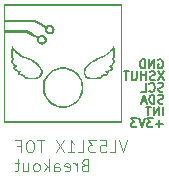
<source format=gbr>
%TF.GenerationSoftware,KiCad,Pcbnew,9.0.4*%
%TF.CreationDate,2025-11-12T18:25:33-05:00*%
%TF.ProjectId,hermes,6865726d-6573-42e6-9b69-6361645f7063,rev?*%
%TF.SameCoordinates,Original*%
%TF.FileFunction,Legend,Bot*%
%TF.FilePolarity,Positive*%
%FSLAX46Y46*%
G04 Gerber Fmt 4.6, Leading zero omitted, Abs format (unit mm)*
G04 Created by KiCad (PCBNEW 9.0.4) date 2025-11-12 18:25:33*
%MOMM*%
%LPD*%
G01*
G04 APERTURE LIST*
%ADD10C,0.187500*%
%ADD11C,0.100000*%
%ADD12C,0.000000*%
G04 APERTURE END LIST*
D10*
X175948073Y-115112750D02*
X175376645Y-115112750D01*
X175662359Y-115398464D02*
X175662359Y-114827035D01*
X175090931Y-114648464D02*
X174626645Y-114648464D01*
X174626645Y-114648464D02*
X174876645Y-114934178D01*
X174876645Y-114934178D02*
X174769502Y-114934178D01*
X174769502Y-114934178D02*
X174698074Y-114969892D01*
X174698074Y-114969892D02*
X174662359Y-115005607D01*
X174662359Y-115005607D02*
X174626645Y-115077035D01*
X174626645Y-115077035D02*
X174626645Y-115255607D01*
X174626645Y-115255607D02*
X174662359Y-115327035D01*
X174662359Y-115327035D02*
X174698074Y-115362750D01*
X174698074Y-115362750D02*
X174769502Y-115398464D01*
X174769502Y-115398464D02*
X174983788Y-115398464D01*
X174983788Y-115398464D02*
X175055216Y-115362750D01*
X175055216Y-115362750D02*
X175090931Y-115327035D01*
X174412359Y-114648464D02*
X174162359Y-115398464D01*
X174162359Y-115398464D02*
X173912359Y-114648464D01*
X173733788Y-114648464D02*
X173269502Y-114648464D01*
X173269502Y-114648464D02*
X173519502Y-114934178D01*
X173519502Y-114934178D02*
X173412359Y-114934178D01*
X173412359Y-114934178D02*
X173340931Y-114969892D01*
X173340931Y-114969892D02*
X173305216Y-115005607D01*
X173305216Y-115005607D02*
X173269502Y-115077035D01*
X173269502Y-115077035D02*
X173269502Y-115255607D01*
X173269502Y-115255607D02*
X173305216Y-115327035D01*
X173305216Y-115327035D02*
X173340931Y-115362750D01*
X173340931Y-115362750D02*
X173412359Y-115398464D01*
X173412359Y-115398464D02*
X173626645Y-115398464D01*
X173626645Y-115398464D02*
X173698073Y-115362750D01*
X173698073Y-115362750D02*
X173733788Y-115327035D01*
X175948073Y-114398464D02*
X175948073Y-113648464D01*
X175590930Y-114398464D02*
X175590930Y-113648464D01*
X175590930Y-113648464D02*
X175162359Y-114398464D01*
X175162359Y-114398464D02*
X175162359Y-113648464D01*
X174912359Y-113648464D02*
X174483788Y-113648464D01*
X174698073Y-114398464D02*
X174698073Y-113648464D01*
X175983787Y-113362750D02*
X175876645Y-113398464D01*
X175876645Y-113398464D02*
X175698073Y-113398464D01*
X175698073Y-113398464D02*
X175626645Y-113362750D01*
X175626645Y-113362750D02*
X175590930Y-113327035D01*
X175590930Y-113327035D02*
X175555216Y-113255607D01*
X175555216Y-113255607D02*
X175555216Y-113184178D01*
X175555216Y-113184178D02*
X175590930Y-113112750D01*
X175590930Y-113112750D02*
X175626645Y-113077035D01*
X175626645Y-113077035D02*
X175698073Y-113041321D01*
X175698073Y-113041321D02*
X175840930Y-113005607D01*
X175840930Y-113005607D02*
X175912359Y-112969892D01*
X175912359Y-112969892D02*
X175948073Y-112934178D01*
X175948073Y-112934178D02*
X175983787Y-112862750D01*
X175983787Y-112862750D02*
X175983787Y-112791321D01*
X175983787Y-112791321D02*
X175948073Y-112719892D01*
X175948073Y-112719892D02*
X175912359Y-112684178D01*
X175912359Y-112684178D02*
X175840930Y-112648464D01*
X175840930Y-112648464D02*
X175662359Y-112648464D01*
X175662359Y-112648464D02*
X175555216Y-112684178D01*
X175233787Y-113398464D02*
X175233787Y-112648464D01*
X175233787Y-112648464D02*
X175055216Y-112648464D01*
X175055216Y-112648464D02*
X174948073Y-112684178D01*
X174948073Y-112684178D02*
X174876644Y-112755607D01*
X174876644Y-112755607D02*
X174840930Y-112827035D01*
X174840930Y-112827035D02*
X174805216Y-112969892D01*
X174805216Y-112969892D02*
X174805216Y-113077035D01*
X174805216Y-113077035D02*
X174840930Y-113219892D01*
X174840930Y-113219892D02*
X174876644Y-113291321D01*
X174876644Y-113291321D02*
X174948073Y-113362750D01*
X174948073Y-113362750D02*
X175055216Y-113398464D01*
X175055216Y-113398464D02*
X175233787Y-113398464D01*
X174519501Y-113184178D02*
X174162359Y-113184178D01*
X174590930Y-113398464D02*
X174340930Y-112648464D01*
X174340930Y-112648464D02*
X174090930Y-113398464D01*
X175983787Y-112362750D02*
X175876645Y-112398464D01*
X175876645Y-112398464D02*
X175698073Y-112398464D01*
X175698073Y-112398464D02*
X175626645Y-112362750D01*
X175626645Y-112362750D02*
X175590930Y-112327035D01*
X175590930Y-112327035D02*
X175555216Y-112255607D01*
X175555216Y-112255607D02*
X175555216Y-112184178D01*
X175555216Y-112184178D02*
X175590930Y-112112750D01*
X175590930Y-112112750D02*
X175626645Y-112077035D01*
X175626645Y-112077035D02*
X175698073Y-112041321D01*
X175698073Y-112041321D02*
X175840930Y-112005607D01*
X175840930Y-112005607D02*
X175912359Y-111969892D01*
X175912359Y-111969892D02*
X175948073Y-111934178D01*
X175948073Y-111934178D02*
X175983787Y-111862750D01*
X175983787Y-111862750D02*
X175983787Y-111791321D01*
X175983787Y-111791321D02*
X175948073Y-111719892D01*
X175948073Y-111719892D02*
X175912359Y-111684178D01*
X175912359Y-111684178D02*
X175840930Y-111648464D01*
X175840930Y-111648464D02*
X175662359Y-111648464D01*
X175662359Y-111648464D02*
X175555216Y-111684178D01*
X174805216Y-112327035D02*
X174840930Y-112362750D01*
X174840930Y-112362750D02*
X174948073Y-112398464D01*
X174948073Y-112398464D02*
X175019501Y-112398464D01*
X175019501Y-112398464D02*
X175126644Y-112362750D01*
X175126644Y-112362750D02*
X175198073Y-112291321D01*
X175198073Y-112291321D02*
X175233787Y-112219892D01*
X175233787Y-112219892D02*
X175269501Y-112077035D01*
X175269501Y-112077035D02*
X175269501Y-111969892D01*
X175269501Y-111969892D02*
X175233787Y-111827035D01*
X175233787Y-111827035D02*
X175198073Y-111755607D01*
X175198073Y-111755607D02*
X175126644Y-111684178D01*
X175126644Y-111684178D02*
X175019501Y-111648464D01*
X175019501Y-111648464D02*
X174948073Y-111648464D01*
X174948073Y-111648464D02*
X174840930Y-111684178D01*
X174840930Y-111684178D02*
X174805216Y-111719892D01*
X174126644Y-112398464D02*
X174483787Y-112398464D01*
X174483787Y-112398464D02*
X174483787Y-111648464D01*
X176019502Y-110648464D02*
X175519502Y-111398464D01*
X175519502Y-110648464D02*
X176019502Y-111398464D01*
X175269501Y-111362750D02*
X175162359Y-111398464D01*
X175162359Y-111398464D02*
X174983787Y-111398464D01*
X174983787Y-111398464D02*
X174912359Y-111362750D01*
X174912359Y-111362750D02*
X174876644Y-111327035D01*
X174876644Y-111327035D02*
X174840930Y-111255607D01*
X174840930Y-111255607D02*
X174840930Y-111184178D01*
X174840930Y-111184178D02*
X174876644Y-111112750D01*
X174876644Y-111112750D02*
X174912359Y-111077035D01*
X174912359Y-111077035D02*
X174983787Y-111041321D01*
X174983787Y-111041321D02*
X175126644Y-111005607D01*
X175126644Y-111005607D02*
X175198073Y-110969892D01*
X175198073Y-110969892D02*
X175233787Y-110934178D01*
X175233787Y-110934178D02*
X175269501Y-110862750D01*
X175269501Y-110862750D02*
X175269501Y-110791321D01*
X175269501Y-110791321D02*
X175233787Y-110719892D01*
X175233787Y-110719892D02*
X175198073Y-110684178D01*
X175198073Y-110684178D02*
X175126644Y-110648464D01*
X175126644Y-110648464D02*
X174948073Y-110648464D01*
X174948073Y-110648464D02*
X174840930Y-110684178D01*
X174519501Y-111398464D02*
X174519501Y-110648464D01*
X174519501Y-111005607D02*
X174090930Y-111005607D01*
X174090930Y-111398464D02*
X174090930Y-110648464D01*
X173733787Y-110648464D02*
X173733787Y-111255607D01*
X173733787Y-111255607D02*
X173698073Y-111327035D01*
X173698073Y-111327035D02*
X173662359Y-111362750D01*
X173662359Y-111362750D02*
X173590930Y-111398464D01*
X173590930Y-111398464D02*
X173448073Y-111398464D01*
X173448073Y-111398464D02*
X173376644Y-111362750D01*
X173376644Y-111362750D02*
X173340930Y-111327035D01*
X173340930Y-111327035D02*
X173305216Y-111255607D01*
X173305216Y-111255607D02*
X173305216Y-110648464D01*
X173055216Y-110648464D02*
X172626645Y-110648464D01*
X172840930Y-111398464D02*
X172840930Y-110648464D01*
X175555216Y-109684178D02*
X175626645Y-109648464D01*
X175626645Y-109648464D02*
X175733787Y-109648464D01*
X175733787Y-109648464D02*
X175840930Y-109684178D01*
X175840930Y-109684178D02*
X175912359Y-109755607D01*
X175912359Y-109755607D02*
X175948073Y-109827035D01*
X175948073Y-109827035D02*
X175983787Y-109969892D01*
X175983787Y-109969892D02*
X175983787Y-110077035D01*
X175983787Y-110077035D02*
X175948073Y-110219892D01*
X175948073Y-110219892D02*
X175912359Y-110291321D01*
X175912359Y-110291321D02*
X175840930Y-110362750D01*
X175840930Y-110362750D02*
X175733787Y-110398464D01*
X175733787Y-110398464D02*
X175662359Y-110398464D01*
X175662359Y-110398464D02*
X175555216Y-110362750D01*
X175555216Y-110362750D02*
X175519502Y-110327035D01*
X175519502Y-110327035D02*
X175519502Y-110077035D01*
X175519502Y-110077035D02*
X175662359Y-110077035D01*
X175198073Y-110398464D02*
X175198073Y-109648464D01*
X175198073Y-109648464D02*
X174769502Y-110398464D01*
X174769502Y-110398464D02*
X174769502Y-109648464D01*
X174412359Y-110398464D02*
X174412359Y-109648464D01*
X174412359Y-109648464D02*
X174233788Y-109648464D01*
X174233788Y-109648464D02*
X174126645Y-109684178D01*
X174126645Y-109684178D02*
X174055216Y-109755607D01*
X174055216Y-109755607D02*
X174019502Y-109827035D01*
X174019502Y-109827035D02*
X173983788Y-109969892D01*
X173983788Y-109969892D02*
X173983788Y-110077035D01*
X173983788Y-110077035D02*
X174019502Y-110219892D01*
X174019502Y-110219892D02*
X174055216Y-110291321D01*
X174055216Y-110291321D02*
X174126645Y-110362750D01*
X174126645Y-110362750D02*
X174233788Y-110398464D01*
X174233788Y-110398464D02*
X174412359Y-110398464D01*
D11*
X172934837Y-116512475D02*
X172601504Y-117512475D01*
X172601504Y-117512475D02*
X172268171Y-116512475D01*
X171458647Y-117512475D02*
X171934837Y-117512475D01*
X171934837Y-117512475D02*
X171934837Y-116512475D01*
X170649123Y-116512475D02*
X171125313Y-116512475D01*
X171125313Y-116512475D02*
X171172932Y-116988665D01*
X171172932Y-116988665D02*
X171125313Y-116941046D01*
X171125313Y-116941046D02*
X171030075Y-116893427D01*
X171030075Y-116893427D02*
X170791980Y-116893427D01*
X170791980Y-116893427D02*
X170696742Y-116941046D01*
X170696742Y-116941046D02*
X170649123Y-116988665D01*
X170649123Y-116988665D02*
X170601504Y-117083903D01*
X170601504Y-117083903D02*
X170601504Y-117321998D01*
X170601504Y-117321998D02*
X170649123Y-117417236D01*
X170649123Y-117417236D02*
X170696742Y-117464856D01*
X170696742Y-117464856D02*
X170791980Y-117512475D01*
X170791980Y-117512475D02*
X171030075Y-117512475D01*
X171030075Y-117512475D02*
X171125313Y-117464856D01*
X171125313Y-117464856D02*
X171172932Y-117417236D01*
X170268170Y-116512475D02*
X169649123Y-116512475D01*
X169649123Y-116512475D02*
X169982456Y-116893427D01*
X169982456Y-116893427D02*
X169839599Y-116893427D01*
X169839599Y-116893427D02*
X169744361Y-116941046D01*
X169744361Y-116941046D02*
X169696742Y-116988665D01*
X169696742Y-116988665D02*
X169649123Y-117083903D01*
X169649123Y-117083903D02*
X169649123Y-117321998D01*
X169649123Y-117321998D02*
X169696742Y-117417236D01*
X169696742Y-117417236D02*
X169744361Y-117464856D01*
X169744361Y-117464856D02*
X169839599Y-117512475D01*
X169839599Y-117512475D02*
X170125313Y-117512475D01*
X170125313Y-117512475D02*
X170220551Y-117464856D01*
X170220551Y-117464856D02*
X170268170Y-117417236D01*
X168744361Y-117512475D02*
X169220551Y-117512475D01*
X169220551Y-117512475D02*
X169220551Y-116512475D01*
X167887218Y-117512475D02*
X168458646Y-117512475D01*
X168172932Y-117512475D02*
X168172932Y-116512475D01*
X168172932Y-116512475D02*
X168268170Y-116655332D01*
X168268170Y-116655332D02*
X168363408Y-116750570D01*
X168363408Y-116750570D02*
X168458646Y-116798189D01*
X167553884Y-116512475D02*
X166887218Y-117512475D01*
X166887218Y-116512475D02*
X167553884Y-117512475D01*
X165887217Y-116512475D02*
X165315789Y-116512475D01*
X165601503Y-117512475D02*
X165601503Y-116512475D01*
X164791979Y-116512475D02*
X164601503Y-116512475D01*
X164601503Y-116512475D02*
X164506265Y-116560094D01*
X164506265Y-116560094D02*
X164411027Y-116655332D01*
X164411027Y-116655332D02*
X164363408Y-116845808D01*
X164363408Y-116845808D02*
X164363408Y-117179141D01*
X164363408Y-117179141D02*
X164411027Y-117369617D01*
X164411027Y-117369617D02*
X164506265Y-117464856D01*
X164506265Y-117464856D02*
X164601503Y-117512475D01*
X164601503Y-117512475D02*
X164791979Y-117512475D01*
X164791979Y-117512475D02*
X164887217Y-117464856D01*
X164887217Y-117464856D02*
X164982455Y-117369617D01*
X164982455Y-117369617D02*
X165030074Y-117179141D01*
X165030074Y-117179141D02*
X165030074Y-116845808D01*
X165030074Y-116845808D02*
X164982455Y-116655332D01*
X164982455Y-116655332D02*
X164887217Y-116560094D01*
X164887217Y-116560094D02*
X164791979Y-116512475D01*
X163601503Y-116988665D02*
X163934836Y-116988665D01*
X163934836Y-117512475D02*
X163934836Y-116512475D01*
X163934836Y-116512475D02*
X163458646Y-116512475D01*
X169315790Y-118598609D02*
X169172933Y-118646228D01*
X169172933Y-118646228D02*
X169125314Y-118693847D01*
X169125314Y-118693847D02*
X169077695Y-118789085D01*
X169077695Y-118789085D02*
X169077695Y-118931942D01*
X169077695Y-118931942D02*
X169125314Y-119027180D01*
X169125314Y-119027180D02*
X169172933Y-119074800D01*
X169172933Y-119074800D02*
X169268171Y-119122419D01*
X169268171Y-119122419D02*
X169649123Y-119122419D01*
X169649123Y-119122419D02*
X169649123Y-118122419D01*
X169649123Y-118122419D02*
X169315790Y-118122419D01*
X169315790Y-118122419D02*
X169220552Y-118170038D01*
X169220552Y-118170038D02*
X169172933Y-118217657D01*
X169172933Y-118217657D02*
X169125314Y-118312895D01*
X169125314Y-118312895D02*
X169125314Y-118408133D01*
X169125314Y-118408133D02*
X169172933Y-118503371D01*
X169172933Y-118503371D02*
X169220552Y-118550990D01*
X169220552Y-118550990D02*
X169315790Y-118598609D01*
X169315790Y-118598609D02*
X169649123Y-118598609D01*
X168649123Y-119122419D02*
X168649123Y-118455752D01*
X168649123Y-118646228D02*
X168601504Y-118550990D01*
X168601504Y-118550990D02*
X168553885Y-118503371D01*
X168553885Y-118503371D02*
X168458647Y-118455752D01*
X168458647Y-118455752D02*
X168363409Y-118455752D01*
X167649123Y-119074800D02*
X167744361Y-119122419D01*
X167744361Y-119122419D02*
X167934837Y-119122419D01*
X167934837Y-119122419D02*
X168030075Y-119074800D01*
X168030075Y-119074800D02*
X168077694Y-118979561D01*
X168077694Y-118979561D02*
X168077694Y-118598609D01*
X168077694Y-118598609D02*
X168030075Y-118503371D01*
X168030075Y-118503371D02*
X167934837Y-118455752D01*
X167934837Y-118455752D02*
X167744361Y-118455752D01*
X167744361Y-118455752D02*
X167649123Y-118503371D01*
X167649123Y-118503371D02*
X167601504Y-118598609D01*
X167601504Y-118598609D02*
X167601504Y-118693847D01*
X167601504Y-118693847D02*
X168077694Y-118789085D01*
X166744361Y-119122419D02*
X166744361Y-118598609D01*
X166744361Y-118598609D02*
X166791980Y-118503371D01*
X166791980Y-118503371D02*
X166887218Y-118455752D01*
X166887218Y-118455752D02*
X167077694Y-118455752D01*
X167077694Y-118455752D02*
X167172932Y-118503371D01*
X166744361Y-119074800D02*
X166839599Y-119122419D01*
X166839599Y-119122419D02*
X167077694Y-119122419D01*
X167077694Y-119122419D02*
X167172932Y-119074800D01*
X167172932Y-119074800D02*
X167220551Y-118979561D01*
X167220551Y-118979561D02*
X167220551Y-118884323D01*
X167220551Y-118884323D02*
X167172932Y-118789085D01*
X167172932Y-118789085D02*
X167077694Y-118741466D01*
X167077694Y-118741466D02*
X166839599Y-118741466D01*
X166839599Y-118741466D02*
X166744361Y-118693847D01*
X166268170Y-119122419D02*
X166268170Y-118122419D01*
X166172932Y-118741466D02*
X165887218Y-119122419D01*
X165887218Y-118455752D02*
X166268170Y-118836704D01*
X165315789Y-119122419D02*
X165411027Y-119074800D01*
X165411027Y-119074800D02*
X165458646Y-119027180D01*
X165458646Y-119027180D02*
X165506265Y-118931942D01*
X165506265Y-118931942D02*
X165506265Y-118646228D01*
X165506265Y-118646228D02*
X165458646Y-118550990D01*
X165458646Y-118550990D02*
X165411027Y-118503371D01*
X165411027Y-118503371D02*
X165315789Y-118455752D01*
X165315789Y-118455752D02*
X165172932Y-118455752D01*
X165172932Y-118455752D02*
X165077694Y-118503371D01*
X165077694Y-118503371D02*
X165030075Y-118550990D01*
X165030075Y-118550990D02*
X164982456Y-118646228D01*
X164982456Y-118646228D02*
X164982456Y-118931942D01*
X164982456Y-118931942D02*
X165030075Y-119027180D01*
X165030075Y-119027180D02*
X165077694Y-119074800D01*
X165077694Y-119074800D02*
X165172932Y-119122419D01*
X165172932Y-119122419D02*
X165315789Y-119122419D01*
X164125313Y-118455752D02*
X164125313Y-119122419D01*
X164553884Y-118455752D02*
X164553884Y-118979561D01*
X164553884Y-118979561D02*
X164506265Y-119074800D01*
X164506265Y-119074800D02*
X164411027Y-119122419D01*
X164411027Y-119122419D02*
X164268170Y-119122419D01*
X164268170Y-119122419D02*
X164172932Y-119074800D01*
X164172932Y-119074800D02*
X164125313Y-119027180D01*
X163791979Y-118455752D02*
X163411027Y-118455752D01*
X163649122Y-118122419D02*
X163649122Y-118979561D01*
X163649122Y-118979561D02*
X163601503Y-119074800D01*
X163601503Y-119074800D02*
X163506265Y-119122419D01*
X163506265Y-119122419D02*
X163411027Y-119122419D01*
D12*
%TO.C,G\u002A\u002A\u002A*%
G36*
X169209954Y-112089245D02*
G01*
X169204241Y-112232538D01*
X169191704Y-112360045D01*
X169172346Y-112459952D01*
X169117347Y-112627273D01*
X169007374Y-112863919D01*
X168866961Y-113079987D01*
X168699122Y-113271071D01*
X168506871Y-113432766D01*
X168342865Y-113535042D01*
X168147856Y-113628721D01*
X167945279Y-113701447D01*
X167750000Y-113747047D01*
X167683516Y-113752638D01*
X167586387Y-113753734D01*
X167471999Y-113750642D01*
X167351760Y-113744000D01*
X167237076Y-113734442D01*
X167139354Y-113722606D01*
X167070000Y-113709127D01*
X167047531Y-113702806D01*
X166801848Y-113611726D01*
X166575242Y-113487081D01*
X166370543Y-113331717D01*
X166190583Y-113148481D01*
X166038193Y-112940218D01*
X165916206Y-112709775D01*
X165827451Y-112460000D01*
X165813881Y-112397198D01*
X165799105Y-112277437D01*
X165791161Y-112138018D01*
X165791029Y-112120580D01*
X165930194Y-112120580D01*
X165945437Y-112295764D01*
X165976704Y-112450000D01*
X166025030Y-112595234D01*
X166132337Y-112821133D01*
X166270812Y-113024561D01*
X166437807Y-113202859D01*
X166630674Y-113353370D01*
X166846763Y-113473437D01*
X167083428Y-113560404D01*
X167113701Y-113568235D01*
X167234010Y-113590223D01*
X167372726Y-113605104D01*
X167515590Y-113612064D01*
X167648342Y-113610286D01*
X167756722Y-113598953D01*
X167826466Y-113584935D01*
X168067045Y-113511633D01*
X168288913Y-113404478D01*
X168489399Y-113265899D01*
X168665831Y-113098330D01*
X168815536Y-112904199D01*
X168935841Y-112685940D01*
X169024075Y-112445983D01*
X169052160Y-112313262D01*
X169069010Y-112140708D01*
X169069807Y-111959419D01*
X169054564Y-111784235D01*
X169023297Y-111630000D01*
X168975039Y-111484657D01*
X168867583Y-111257887D01*
X168728824Y-111054236D01*
X168561023Y-110875959D01*
X168366441Y-110725312D01*
X168147341Y-110604549D01*
X167905984Y-110515925D01*
X167773263Y-110487840D01*
X167600709Y-110470990D01*
X167419420Y-110470193D01*
X167244236Y-110485436D01*
X167090000Y-110516703D01*
X166944658Y-110564961D01*
X166717888Y-110672417D01*
X166514237Y-110811176D01*
X166335960Y-110978977D01*
X166185313Y-111173559D01*
X166064550Y-111392659D01*
X165975926Y-111634016D01*
X165947841Y-111766737D01*
X165930991Y-111939291D01*
X165930194Y-112120580D01*
X165791029Y-112120580D01*
X165790047Y-111990754D01*
X165795760Y-111847461D01*
X165808297Y-111719954D01*
X165827655Y-111620047D01*
X165832038Y-111604486D01*
X165924062Y-111353051D01*
X166049022Y-111122337D01*
X166204406Y-110914855D01*
X166387706Y-110733115D01*
X166596412Y-110579627D01*
X166828013Y-110456902D01*
X167080000Y-110367450D01*
X167142802Y-110353880D01*
X167262563Y-110339104D01*
X167401982Y-110331160D01*
X167549246Y-110330046D01*
X167692539Y-110335759D01*
X167820046Y-110348296D01*
X167919953Y-110367654D01*
X167935514Y-110372037D01*
X168186949Y-110464061D01*
X168417663Y-110589021D01*
X168625145Y-110744405D01*
X168806885Y-110927705D01*
X168960373Y-111136411D01*
X169083098Y-111368012D01*
X169172550Y-111620000D01*
X169186120Y-111682801D01*
X169200896Y-111802562D01*
X169208840Y-111941981D01*
X169208972Y-111959419D01*
X169209954Y-112089245D01*
G37*
G36*
X172500000Y-115000000D02*
G01*
X167500000Y-115000000D01*
X162500000Y-115000000D01*
X162500000Y-110000000D01*
X162500000Y-106500000D01*
X162600000Y-106500000D01*
X162600000Y-106850000D01*
X162600000Y-107200000D01*
X163525000Y-107200397D01*
X164450000Y-107200795D01*
X164919793Y-107449381D01*
X165039124Y-107512459D01*
X165153985Y-107572706D01*
X165241385Y-107617456D01*
X165305628Y-107648484D01*
X165351015Y-107667566D01*
X165381851Y-107676477D01*
X165402436Y-107676992D01*
X165417074Y-107670888D01*
X165430066Y-107659938D01*
X165430322Y-107659697D01*
X165520644Y-107600515D01*
X165629955Y-107568002D01*
X165745780Y-107564177D01*
X165855643Y-107591060D01*
X165863220Y-107594309D01*
X165968267Y-107659905D01*
X166046451Y-107748210D01*
X166096432Y-107852184D01*
X166116870Y-107964785D01*
X166115590Y-107978773D01*
X166106424Y-108078972D01*
X166063755Y-108187703D01*
X165987522Y-108283939D01*
X165940128Y-108322777D01*
X165833697Y-108377549D01*
X165722325Y-108398625D01*
X165611894Y-108388652D01*
X165508287Y-108350276D01*
X165417387Y-108286141D01*
X165345076Y-108198893D01*
X165297237Y-108091178D01*
X165281753Y-107980000D01*
X165470000Y-107980000D01*
X165470001Y-107981386D01*
X165474478Y-108048133D01*
X165492633Y-108094948D01*
X165531868Y-108141098D01*
X165552960Y-108159609D01*
X165629589Y-108200456D01*
X165713681Y-108215764D01*
X165790000Y-108201942D01*
X165862349Y-108153135D01*
X165912568Y-108076030D01*
X165930000Y-107978773D01*
X165929997Y-107975867D01*
X165925260Y-107910278D01*
X165906141Y-107863468D01*
X165864616Y-107815384D01*
X165860437Y-107811232D01*
X165813661Y-107771990D01*
X165766758Y-107754191D01*
X165700000Y-107750000D01*
X165693681Y-107750017D01*
X165629162Y-107754982D01*
X165582972Y-107774159D01*
X165535385Y-107815384D01*
X165531233Y-107819563D01*
X165491991Y-107866339D01*
X165474192Y-107913242D01*
X165470000Y-107980000D01*
X165281753Y-107980000D01*
X165279753Y-107965642D01*
X165279505Y-107870000D01*
X164835281Y-107635000D01*
X164391057Y-107400000D01*
X163495529Y-107400000D01*
X162600000Y-107400000D01*
X162600000Y-111150000D01*
X162600000Y-114900000D01*
X167500000Y-114900000D01*
X172400000Y-114900000D01*
X172400000Y-110000000D01*
X172400000Y-105100000D01*
X167500000Y-105100000D01*
X162600000Y-105100000D01*
X162600000Y-105700000D01*
X162600000Y-106300000D01*
X163863026Y-106300000D01*
X165126051Y-106300000D01*
X165600283Y-106550149D01*
X166074515Y-106800298D01*
X166189632Y-106747596D01*
X166208176Y-106739255D01*
X166279437Y-106712560D01*
X166341490Y-106702788D01*
X166414536Y-106706225D01*
X166460652Y-106713407D01*
X166570918Y-106753759D01*
X166658879Y-106819679D01*
X166723391Y-106904883D01*
X166763307Y-107003091D01*
X166776404Y-107100063D01*
X166777479Y-107108021D01*
X166764762Y-107213392D01*
X166724010Y-107312923D01*
X166654075Y-107400332D01*
X166553812Y-107469337D01*
X166521359Y-107484380D01*
X166409026Y-107515827D01*
X166299474Y-107510399D01*
X166183637Y-107468066D01*
X166113285Y-107424931D01*
X166033400Y-107341318D01*
X165985327Y-107234445D01*
X165970323Y-107119936D01*
X166140000Y-107119936D01*
X166140270Y-107127840D01*
X166161363Y-107197452D01*
X166208780Y-107263032D01*
X166272144Y-107309676D01*
X166326511Y-107330325D01*
X166407394Y-107335659D01*
X166484887Y-107304904D01*
X166488319Y-107302706D01*
X166543283Y-107248110D01*
X166584051Y-107174262D01*
X166600000Y-107100063D01*
X166597568Y-107074365D01*
X166567586Y-107003115D01*
X166511328Y-106940844D01*
X166438814Y-106896742D01*
X166360064Y-106880000D01*
X166334366Y-106882432D01*
X166263116Y-106912414D01*
X166200845Y-106968672D01*
X166156743Y-107041186D01*
X166140000Y-107119936D01*
X165970323Y-107119936D01*
X165968050Y-107102589D01*
X165966099Y-106975179D01*
X165518805Y-106737589D01*
X165071510Y-106500000D01*
X163835755Y-106500000D01*
X162600000Y-106500000D01*
X162500000Y-106500000D01*
X162500000Y-105000000D01*
X167500000Y-105000000D01*
X172500000Y-105000000D01*
X172500000Y-110000000D01*
X172500000Y-115000000D01*
G37*
G36*
X165765604Y-110779072D02*
G01*
X165743240Y-110864651D01*
X165700435Y-110970000D01*
X165699292Y-110972536D01*
X165627815Y-111101547D01*
X165541744Y-111199083D01*
X165435714Y-111268686D01*
X165304356Y-111313896D01*
X165142305Y-111338254D01*
X164999294Y-111345967D01*
X164826706Y-111345024D01*
X164658929Y-111333988D01*
X164504625Y-111313744D01*
X164372457Y-111285177D01*
X164271086Y-111249174D01*
X164222086Y-111216820D01*
X164177449Y-111150475D01*
X164167505Y-111126161D01*
X164145470Y-111096592D01*
X164107551Y-111077295D01*
X164041881Y-111060381D01*
X164030731Y-111057884D01*
X163890191Y-111016920D01*
X163778741Y-110965718D01*
X163699092Y-110906263D01*
X163653954Y-110840539D01*
X163646040Y-110770532D01*
X163648766Y-110750632D01*
X163645393Y-110719345D01*
X163621791Y-110697156D01*
X163569191Y-110672927D01*
X163493380Y-110638119D01*
X163386456Y-110573471D01*
X163307649Y-110504276D01*
X163258961Y-110433861D01*
X163242395Y-110365551D01*
X163259954Y-110302674D01*
X163313641Y-110248555D01*
X163377282Y-110205818D01*
X163278121Y-110108148D01*
X163234505Y-110061935D01*
X163162923Y-109966651D01*
X163116517Y-109874841D01*
X163100000Y-109794800D01*
X163100070Y-109791858D01*
X163114609Y-109739752D01*
X163146819Y-109687800D01*
X163193638Y-109633370D01*
X163156584Y-109535850D01*
X163129668Y-109442332D01*
X163107657Y-109313517D01*
X163094442Y-109168917D01*
X163091115Y-109020882D01*
X163098767Y-108881762D01*
X163109281Y-108799009D01*
X163240000Y-108799009D01*
X163240000Y-109036775D01*
X163240116Y-109068996D01*
X163245576Y-109235227D01*
X163259812Y-109368818D01*
X163283663Y-109475395D01*
X163317966Y-109560586D01*
X163321530Y-109567466D01*
X163341982Y-109614417D01*
X163342628Y-109649073D01*
X163324441Y-109691058D01*
X163324397Y-109691142D01*
X163294057Y-109739046D01*
X163264366Y-109771523D01*
X163249199Y-109789785D01*
X163248899Y-109836528D01*
X163266897Y-109868018D01*
X163308854Y-109921226D01*
X163366469Y-109985507D01*
X163432117Y-110052763D01*
X163498175Y-110114896D01*
X163557020Y-110163808D01*
X163582858Y-110183544D01*
X163609110Y-110210190D01*
X163610446Y-110236288D01*
X163591506Y-110277087D01*
X163578300Y-110300162D01*
X163544778Y-110331972D01*
X163494487Y-110340306D01*
X163452305Y-110342354D01*
X163404672Y-110355555D01*
X163394959Y-110381102D01*
X163423038Y-110419134D01*
X163447398Y-110440153D01*
X163531351Y-110494168D01*
X163646518Y-110547037D01*
X163797234Y-110600867D01*
X163964468Y-110655004D01*
X163871823Y-110718746D01*
X163833834Y-110747412D01*
X163799459Y-110780844D01*
X163790857Y-110801386D01*
X163814875Y-110824292D01*
X163879762Y-110857996D01*
X163978637Y-110893269D01*
X164108138Y-110928761D01*
X164128336Y-110933711D01*
X164206226Y-110953653D01*
X164254361Y-110969566D01*
X164280346Y-110985813D01*
X164291784Y-111006760D01*
X164296279Y-111036772D01*
X164297413Y-111045726D01*
X164315229Y-111091814D01*
X164355989Y-111126944D01*
X164425377Y-111154568D01*
X164529077Y-111178136D01*
X164558390Y-111182708D01*
X164649509Y-111191231D01*
X164761575Y-111196313D01*
X164884447Y-111198030D01*
X165007986Y-111196454D01*
X165122055Y-111191658D01*
X165216514Y-111183716D01*
X165281225Y-111172700D01*
X165332510Y-111156566D01*
X165425489Y-111108164D01*
X165498086Y-111035678D01*
X165559437Y-110931179D01*
X165585455Y-110870883D01*
X165615836Y-110752558D01*
X165613113Y-110636216D01*
X165577851Y-110508847D01*
X165526536Y-110409327D01*
X165438621Y-110294020D01*
X165321945Y-110174450D01*
X165181505Y-110054272D01*
X165022299Y-109937143D01*
X164849324Y-109826719D01*
X164667576Y-109726656D01*
X164482054Y-109640611D01*
X164297754Y-109572240D01*
X164146253Y-109516198D01*
X163971046Y-109429439D01*
X163800038Y-109318359D01*
X163626824Y-109178707D01*
X163445000Y-109006231D01*
X163240000Y-108799009D01*
X163109281Y-108799009D01*
X163109363Y-108798367D01*
X163132862Y-108690218D01*
X163165631Y-108612718D01*
X163209568Y-108560358D01*
X163223115Y-108550398D01*
X163246672Y-108548663D01*
X163273230Y-108578541D01*
X163349288Y-108681206D01*
X163529440Y-108889083D01*
X163728616Y-109077912D01*
X163936295Y-109237242D01*
X163956279Y-109250701D01*
X164034007Y-109300794D01*
X164104222Y-109340516D01*
X164178372Y-109375366D01*
X164267902Y-109410842D01*
X164384260Y-109452445D01*
X164636516Y-109551926D01*
X164924095Y-109699509D01*
X165187858Y-109876365D01*
X165432077Y-110085073D01*
X165499027Y-110151440D01*
X165599060Y-110265458D01*
X165671874Y-110374728D01*
X165722892Y-110488069D01*
X165757538Y-110614303D01*
X165769653Y-110700007D01*
X165766962Y-110752558D01*
X165765604Y-110779072D01*
G37*
G36*
X171908498Y-109116551D02*
G01*
X171897681Y-109270917D01*
X171877153Y-109414973D01*
X171848088Y-109534216D01*
X171830934Y-109590234D01*
X171824981Y-109629091D01*
X171833521Y-109657898D01*
X171857424Y-109691267D01*
X171885654Y-109738123D01*
X171898568Y-109810384D01*
X171878296Y-109891416D01*
X171823931Y-109984171D01*
X171734566Y-110091602D01*
X171623675Y-110211377D01*
X171681120Y-110244346D01*
X171735144Y-110290819D01*
X171757817Y-110350181D01*
X171747740Y-110416440D01*
X171707233Y-110485698D01*
X171638617Y-110554054D01*
X171544214Y-110617607D01*
X171426344Y-110672459D01*
X171394457Y-110685067D01*
X171358234Y-110705149D01*
X171346708Y-110729546D01*
X171351215Y-110769440D01*
X171352192Y-110775353D01*
X171342991Y-110845410D01*
X171296535Y-110910754D01*
X171215272Y-110969571D01*
X171101651Y-111020051D01*
X170958120Y-111060381D01*
X170916798Y-111070137D01*
X170868313Y-111087433D01*
X170840854Y-111111584D01*
X170822552Y-111150475D01*
X170788993Y-111203423D01*
X170720049Y-111252442D01*
X170616564Y-111291035D01*
X170477045Y-111319741D01*
X170300000Y-111339098D01*
X170274075Y-111340896D01*
X170163925Y-111345839D01*
X170052367Y-111347404D01*
X169960000Y-111345220D01*
X169858212Y-111337566D01*
X169701195Y-111313526D01*
X169574603Y-111273371D01*
X169473202Y-111213594D01*
X169391759Y-111130690D01*
X169325042Y-111021152D01*
X169267818Y-110881476D01*
X169266878Y-110878770D01*
X169241610Y-110800495D01*
X169229752Y-110742699D01*
X169229514Y-110689345D01*
X169232626Y-110668269D01*
X169382314Y-110668269D01*
X169393499Y-110798059D01*
X169441296Y-110932714D01*
X169467016Y-110981872D01*
X169537519Y-111075709D01*
X169625940Y-111139144D01*
X169740000Y-111178528D01*
X169815923Y-111190211D01*
X169926077Y-111197564D01*
X170054257Y-111199433D01*
X170190810Y-111196229D01*
X170326085Y-111188361D01*
X170450430Y-111176238D01*
X170554193Y-111160270D01*
X170627722Y-111140866D01*
X170652085Y-111130595D01*
X170677230Y-111111236D01*
X170693381Y-111077100D01*
X170708491Y-111015876D01*
X170716403Y-110990739D01*
X170742366Y-110963903D01*
X170795162Y-110949460D01*
X170873450Y-110933675D01*
X170969428Y-110908315D01*
X171060360Y-110878906D01*
X171134813Y-110849194D01*
X171181352Y-110822927D01*
X171227519Y-110785543D01*
X171143760Y-110730113D01*
X171114267Y-110709647D01*
X171075273Y-110678509D01*
X171060000Y-110659941D01*
X171065888Y-110653262D01*
X171100215Y-110637112D01*
X171155000Y-110619679D01*
X171176635Y-110613490D01*
X171265335Y-110582508D01*
X171360984Y-110542341D01*
X171452315Y-110498320D01*
X171528063Y-110455773D01*
X171576963Y-110420033D01*
X171597249Y-110396908D01*
X171604389Y-110365544D01*
X171573898Y-110346774D01*
X171505514Y-110340306D01*
X171481224Y-110338947D01*
X171440067Y-110322097D01*
X171408495Y-110277087D01*
X171396097Y-110252449D01*
X171387457Y-110221431D01*
X171401541Y-110196884D01*
X171442981Y-110163563D01*
X171461512Y-110149126D01*
X171530945Y-110088902D01*
X171601734Y-110019850D01*
X171665829Y-109950542D01*
X171715178Y-109889552D01*
X171741729Y-109845452D01*
X171744371Y-109838267D01*
X171751826Y-109796290D01*
X171734364Y-109770594D01*
X171733882Y-109770234D01*
X171705094Y-109738063D01*
X171675169Y-109690312D01*
X171673236Y-109686595D01*
X171655920Y-109644935D01*
X171657788Y-109609618D01*
X171679521Y-109560312D01*
X171682645Y-109554025D01*
X171717897Y-109461314D01*
X171741907Y-109347810D01*
X171755608Y-109207411D01*
X171759932Y-109034015D01*
X171759863Y-108790000D01*
X171619416Y-108943791D01*
X171421825Y-109139992D01*
X171191458Y-109322182D01*
X170949716Y-109466437D01*
X170696052Y-109573132D01*
X170507581Y-109644866D01*
X170249287Y-109768895D01*
X170005848Y-109915542D01*
X169785414Y-110079745D01*
X169596134Y-110256440D01*
X169575024Y-110279309D01*
X169472418Y-110411773D01*
X169408401Y-110540466D01*
X169382314Y-110668269D01*
X169232626Y-110668269D01*
X169239104Y-110624394D01*
X169252480Y-110562480D01*
X169293478Y-110442040D01*
X169355944Y-110328067D01*
X169444715Y-110212580D01*
X169564631Y-110087603D01*
X169622148Y-110033927D01*
X169851074Y-109849685D01*
X170105342Y-109685294D01*
X170374976Y-109546708D01*
X170650000Y-109439879D01*
X170739402Y-109408471D01*
X170882005Y-109345822D01*
X171019824Y-109267042D01*
X171162099Y-109166585D01*
X171318072Y-109038904D01*
X171356825Y-109004009D01*
X171454852Y-108906102D01*
X171556086Y-108794070D01*
X171649047Y-108680953D01*
X171722258Y-108579790D01*
X171739724Y-108555439D01*
X171761562Y-108542961D01*
X171788576Y-108558818D01*
X171816535Y-108587310D01*
X171854137Y-108653098D01*
X171881739Y-108746452D01*
X171901499Y-108873386D01*
X171908434Y-108966381D01*
X171908463Y-109034015D01*
X171908498Y-109116551D01*
G37*
%TD*%
M02*

</source>
